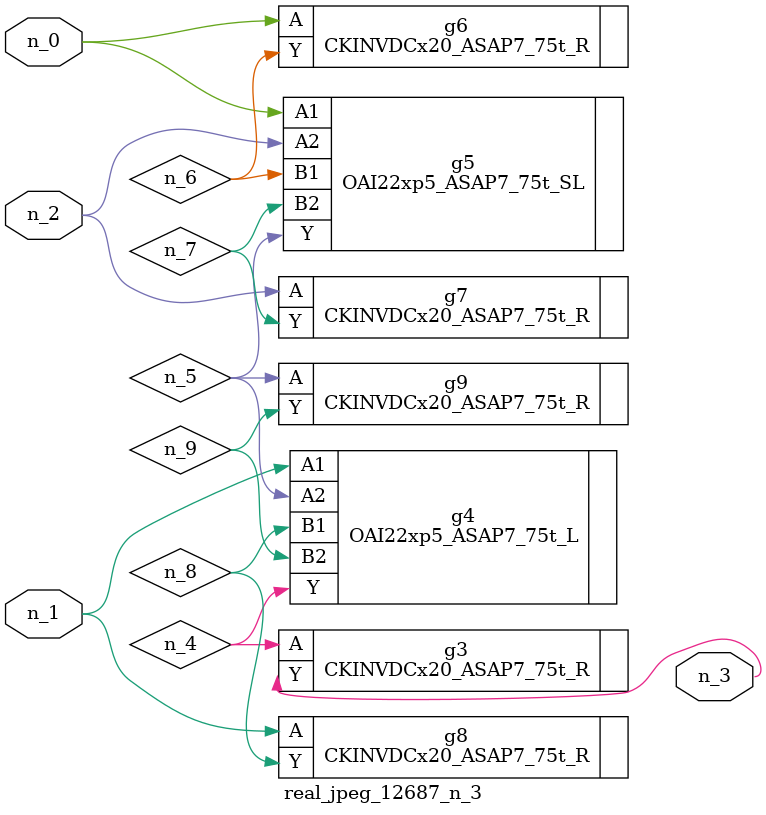
<source format=v>
module real_jpeg_12687_n_3 (n_1, n_0, n_2, n_3);

input n_1;
input n_0;
input n_2;

output n_3;

wire n_5;
wire n_8;
wire n_4;
wire n_6;
wire n_7;
wire n_9;

OAI22xp5_ASAP7_75t_SL g5 ( 
.A1(n_0),
.A2(n_2),
.B1(n_6),
.B2(n_7),
.Y(n_5)
);

CKINVDCx20_ASAP7_75t_R g6 ( 
.A(n_0),
.Y(n_6)
);

OAI22xp5_ASAP7_75t_L g4 ( 
.A1(n_1),
.A2(n_5),
.B1(n_8),
.B2(n_9),
.Y(n_4)
);

CKINVDCx20_ASAP7_75t_R g8 ( 
.A(n_1),
.Y(n_8)
);

CKINVDCx20_ASAP7_75t_R g7 ( 
.A(n_2),
.Y(n_7)
);

CKINVDCx20_ASAP7_75t_R g3 ( 
.A(n_4),
.Y(n_3)
);

CKINVDCx20_ASAP7_75t_R g9 ( 
.A(n_5),
.Y(n_9)
);


endmodule
</source>
